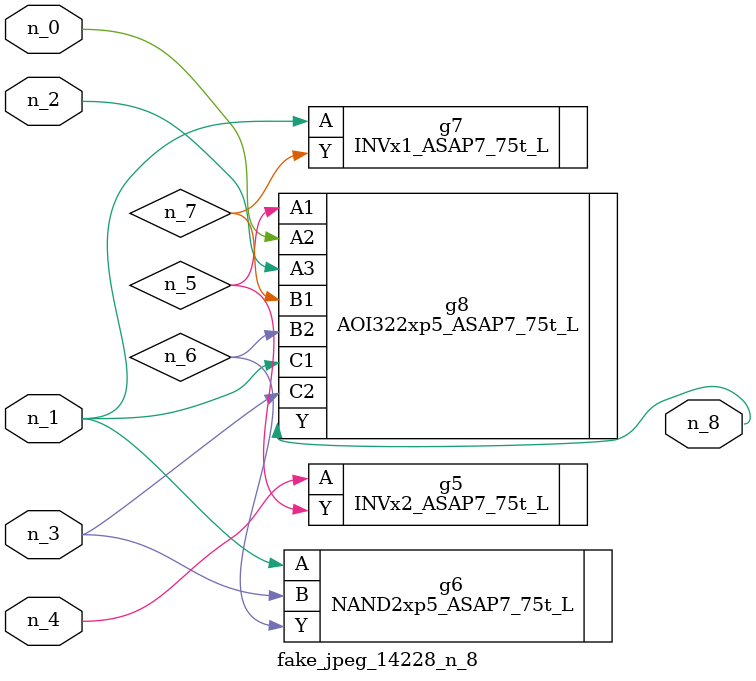
<source format=v>
module fake_jpeg_14228_n_8 (n_3, n_2, n_1, n_0, n_4, n_8);

input n_3;
input n_2;
input n_1;
input n_0;
input n_4;

output n_8;

wire n_6;
wire n_5;
wire n_7;

INVx2_ASAP7_75t_L g5 ( 
.A(n_4),
.Y(n_5)
);

NAND2xp5_ASAP7_75t_L g6 ( 
.A(n_1),
.B(n_3),
.Y(n_6)
);

INVx1_ASAP7_75t_L g7 ( 
.A(n_1),
.Y(n_7)
);

AOI322xp5_ASAP7_75t_L g8 ( 
.A1(n_5),
.A2(n_0),
.A3(n_2),
.B1(n_7),
.B2(n_6),
.C1(n_1),
.C2(n_3),
.Y(n_8)
);


endmodule
</source>
